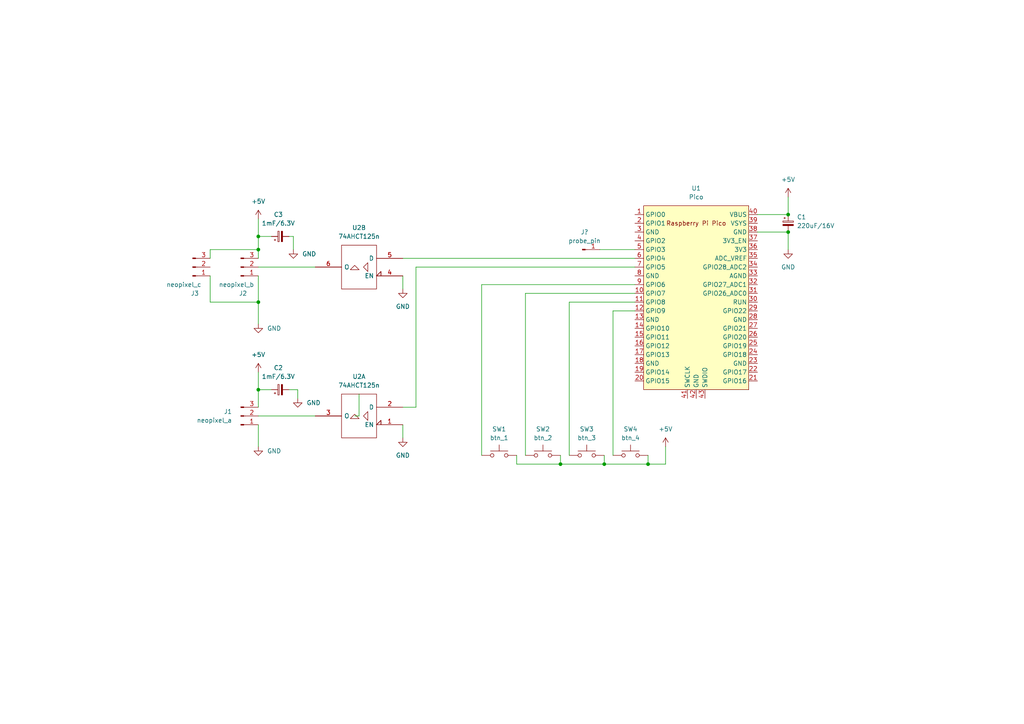
<source format=kicad_sch>
(kicad_sch (version 20211123) (generator eeschema)
  (paper "A4")
  (title_block (date "2022-04-19"))
  (lib_symbols
    (symbol "74125_1" (pin_names (offset 0.762))
      (property "Reference" "U" (at 6.35 6.35 0))
      (property "Value" "74125_1" (at 2.54 -7.62 0))
      (symbol "74125_1_0_1"
        (rectangle (start -5.08 6.35) (end 5.08 -6.35))
        (polyline (pts (xy -2.54 1.27) (xy -2.54 -1.27) (xy -1.27 0) (xy -2.54 1.27) (xy -2.54 1.27)))
        (polyline (pts (xy 0 0.762) (xy 2.54 0.762) (xy 1.27 -0.508) (xy 0 0.762) (xy 0 0.762)))
        (pin power_in line (at 0 6.35 270) (length 0) hide (name "VCC") (number "14"))
        (pin power_in line (at 0 -6.35 90) (length 0) hide (name "GND") (number "7"))
      )
      (symbol "74125_1_1_0"
        (pin input input_low (at -12.7 2.54 0) (length 7.62) (name "EN") (number "1"))
      )
      (symbol "74125_1_1_1"
        (pin input line (at -12.7 -2.54 0) (length 7.62) (name "D") (number "2"))
        (pin tri_state line (at 12.7 0 180) (length 7.62) (name "O") (number "3"))
      )
      (symbol "74125_1_2_0"
        (pin input input_low (at -12.7 2.54 0) (length 7.62) (name "EN") (number "4"))
      )
      (symbol "74125_1_2_1"
        (pin input line (at -12.7 -2.54 0) (length 7.62) (name "D") (number "5"))
        (pin tri_state line (at 12.7 0 180) (length 7.62) (name "O") (number "6"))
      )
      (symbol "74125_1_3_0"
        (pin input input_low (at -12.7 2.54 0) (length 7.62) (name "EN") (number "10"))
      )
      (symbol "74125_1_3_1"
        (pin tri_state line (at 12.7 0 180) (length 7.62) (name "O") (number "8"))
        (pin input line (at -12.7 -2.54 0) (length 7.62) (name "D") (number "9"))
      )
      (symbol "74125_1_4_0"
        (pin input input_low (at -12.7 2.54 0) (length 7.62) (name "EN") (number "13"))
      )
      (symbol "74125_1_4_1"
        (pin tri_state line (at 12.7 0 180) (length 7.62) (name "O") (number "11"))
        (pin input line (at -12.7 -2.54 0) (length 7.62) (name "D") (number "12"))
      )
    )
    (symbol "74xx_IEEE:74125" (pin_names (offset 0.762))
      (property "Reference" "U" (at 6.35 6.35 0))
      (property "Value" "74125" (at 2.54 -7.62 0))
      (symbol "74125_0_1"
        (rectangle (start -5.08 6.35) (end 5.08 -6.35))
        (polyline (pts (xy -2.54 1.27) (xy -2.54 -1.27) (xy -1.27 0) (xy -2.54 1.27) (xy -2.54 1.27)))
        (polyline (pts (xy 0 0.762) (xy 2.54 0.762) (xy 1.27 -0.508) (xy 0 0.762) (xy 0 0.762)))
        (pin power_in line (at 0 6.35 270) (length 0) hide (name "VCC") (number "14"))
        (pin power_in line (at 0 -6.35 90) (length 0) hide (name "GND") (number "7"))
      )
      (symbol "74125_1_0"
        (pin input input_low (at -12.7 2.54 0) (length 7.62) (name "EN") (number "1"))
      )
      (symbol "74125_1_1"
        (pin input line (at -12.7 -2.54 0) (length 7.62) (name "D") (number "2"))
        (pin tri_state line (at 12.7 0 180) (length 7.62) (name "O") (number "3"))
      )
      (symbol "74125_2_0"
        (pin input input_low (at -12.7 2.54 0) (length 7.62) (name "EN") (number "4"))
      )
      (symbol "74125_2_1"
        (pin input line (at -12.7 -2.54 0) (length 7.62) (name "D") (number "5"))
        (pin tri_state line (at 12.7 0 180) (length 7.62) (name "O") (number "6"))
      )
      (symbol "74125_3_0"
        (pin input input_low (at -12.7 2.54 0) (length 7.62) (name "EN") (number "10"))
      )
      (symbol "74125_3_1"
        (pin tri_state line (at 12.7 0 180) (length 7.62) (name "O") (number "8"))
        (pin input line (at -12.7 -2.54 0) (length 7.62) (name "D") (number "9"))
      )
      (symbol "74125_4_0"
        (pin input input_low (at -12.7 2.54 0) (length 7.62) (name "EN") (number "13"))
      )
      (symbol "74125_4_1"
        (pin tri_state line (at 12.7 0 180) (length 7.62) (name "O") (number "11"))
        (pin input line (at -12.7 -2.54 0) (length 7.62) (name "D") (number "12"))
      )
    )
    (symbol "Connector:Conn_01x01_Male" (pin_names (offset 1.016) hide)
      (property "Reference" "J" (at 0 2.54 0))
      (property "Value" "Conn_01x01_Male" (at 0 -2.54 0))
      (symbol "Conn_01x01_Male_1_1"
        (polyline (pts (xy 1.27 0) (xy 0.8636 0)) (stroke (width 0.1524)))
        (rectangle (start 0.8636 0.127) (end 0 -0.127) (stroke (width 0.1524)) (fill (type outline)))
        (pin passive line (at 5.08 0 180) (length 3.81) (name "Pin_1") (number "1"))
      )
    )
    (symbol "Connector:Conn_01x03_Male" (pin_names (offset 1.016) hide)
      (property "Reference" "J" (at 0 5.08 0))
      (property "Value" "Conn_01x03_Male" (at 0 -5.08 0))
      (symbol "Conn_01x03_Male_1_1"
        (polyline (pts (xy 1.27 -2.54) (xy 0.8636 -2.54)) (stroke (width 0.1524)))
        (polyline (pts (xy 1.27 0) (xy 0.8636 0)) (stroke (width 0.1524)))
        (polyline (pts (xy 1.27 2.54) (xy 0.8636 2.54)) (stroke (width 0.1524)))
        (rectangle (start 0.8636 -2.413) (end 0 -2.667) (stroke (width 0.1524)) (fill (type outline)))
        (rectangle (start 0.8636 0.127) (end 0 -0.127) (stroke (width 0.1524)) (fill (type outline)))
        (rectangle (start 0.8636 2.667) (end 0 2.413) (stroke (width 0.1524)) (fill (type outline)))
        (pin passive line (at 5.08 2.54 180) (length 3.81) (name "Pin_1") (number "1"))
        (pin passive line (at 5.08 0 180) (length 3.81) (name "Pin_2") (number "2"))
        (pin passive line (at 5.08 -2.54 180) (length 3.81) (name "Pin_3") (number "3"))
      )
    )
    (symbol "Device:C_Polarized_Small" (pin_numbers hide) (pin_names (offset 0.254) hide)
      (property "Reference" "C" (at 0.254 1.778 0))
      (property "Value" "C_Polarized_Small" (at 0.254 -2.032 0))
      (symbol "C_Polarized_Small_0_1"
        (rectangle (start -1.524 -0.3048) (end 1.524 -0.6858) (fill (type outline)))
        (rectangle (start -1.524 0.6858) (end 1.524 0.3048))
        (polyline (pts (xy -1.27 1.524) (xy -0.762 1.524)))
        (polyline (pts (xy -1.016 1.27) (xy -1.016 1.778)))
      )
      (symbol "C_Polarized_Small_1_1"
        (pin passive line (at 0 2.54 270) (length 1.8542) (name "~") (number "1"))
        (pin passive line (at 0 -2.54 90) (length 1.8542) (name "~") (number "2"))
      )
    )
    (symbol "MCU_RaspberryPi_and_Boards:Pico"
      (property "Reference" "U" (at -13.97 27.94 0))
      (property "Value" "Pico" (at 0 19.05 0))
      (symbol "Pico_0_0"
        (text "Raspberry Pi Pico" (at 0 21.59 0) (effects (font (size 1.27 1.27))))
      )
      (symbol "Pico_0_1"
        (rectangle (start -15.24 26.67) (end 15.24 -26.67) (fill (type background)))
      )
      (symbol "Pico_1_1"
        (pin bidirectional line (at -17.78 24.13 0) (length 2.54) (name "GPIO0") (number "1"))
        (pin bidirectional line (at -17.78 1.27 0) (length 2.54) (name "GPIO7") (number "10"))
        (pin bidirectional line (at -17.78 -1.27 0) (length 2.54) (name "GPIO8") (number "11"))
        (pin bidirectional line (at -17.78 -3.81 0) (length 2.54) (name "GPIO9") (number "12"))
        (pin power_in line (at -17.78 -6.35 0) (length 2.54) (name "GND") (number "13"))
        (pin bidirectional line (at -17.78 -8.89 0) (length 2.54) (name "GPIO10") (number "14"))
        (pin bidirectional line (at -17.78 -11.43 0) (length 2.54) (name "GPIO11") (number "15"))
        (pin bidirectional line (at -17.78 -13.97 0) (length 2.54) (name "GPIO12") (number "16"))
        (pin bidirectional line (at -17.78 -16.51 0) (length 2.54) (name "GPIO13") (number "17"))
        (pin power_in line (at -17.78 -19.05 0) (length 2.54) (name "GND") (number "18"))
        (pin bidirectional line (at -17.78 -21.59 0) (length 2.54) (name "GPIO14") (number "19"))
        (pin bidirectional line (at -17.78 21.59 0) (length 2.54) (name "GPIO1") (number "2"))
        (pin bidirectional line (at -17.78 -24.13 0) (length 2.54) (name "GPIO15") (number "20"))
        (pin bidirectional line (at 17.78 -24.13 180) (length 2.54) (name "GPIO16") (number "21"))
        (pin bidirectional line (at 17.78 -21.59 180) (length 2.54) (name "GPIO17") (number "22"))
        (pin power_in line (at 17.78 -19.05 180) (length 2.54) (name "GND") (number "23"))
        (pin bidirectional line (at 17.78 -16.51 180) (length 2.54) (name "GPIO18") (number "24"))
        (pin bidirectional line (at 17.78 -13.97 180) (length 2.54) (name "GPIO19") (number "25"))
        (pin bidirectional line (at 17.78 -11.43 180) (length 2.54) (name "GPIO20") (number "26"))
        (pin bidirectional line (at 17.78 -8.89 180) (length 2.54) (name "GPIO21") (number "27"))
        (pin power_in line (at 17.78 -6.35 180) (length 2.54) (name "GND") (number "28"))
        (pin bidirectional line (at 17.78 -3.81 180) (length 2.54) (name "GPIO22") (number "29"))
        (pin power_in line (at -17.78 19.05 0) (length 2.54) (name "GND") (number "3"))
        (pin input line (at 17.78 -1.27 180) (length 2.54) (name "RUN") (number "30"))
        (pin bidirectional line (at 17.78 1.27 180) (length 2.54) (name "GPIO26_ADC0") (number "31"))
        (pin bidirectional line (at 17.78 3.81 180) (length 2.54) (name "GPIO27_ADC1") (number "32"))
        (pin power_in line (at 17.78 6.35 180) (length 2.54) (name "AGND") (number "33"))
        (pin bidirectional line (at 17.78 8.89 180) (length 2.54) (name "GPIO28_ADC2") (number "34"))
        (pin power_in line (at 17.78 11.43 180) (length 2.54) (name "ADC_VREF") (number "35"))
        (pin power_in line (at 17.78 13.97 180) (length 2.54) (name "3V3") (number "36"))
        (pin input line (at 17.78 16.51 180) (length 2.54) (name "3V3_EN") (number "37"))
        (pin bidirectional line (at 17.78 19.05 180) (length 2.54) (name "GND") (number "38"))
        (pin power_in line (at 17.78 21.59 180) (length 2.54) (name "VSYS") (number "39"))
        (pin bidirectional line (at -17.78 16.51 0) (length 2.54) (name "GPIO2") (number "4"))
        (pin power_in line (at 17.78 24.13 180) (length 2.54) (name "VBUS") (number "40"))
        (pin input line (at -2.54 -29.21 90) (length 2.54) (name "SWCLK") (number "41"))
        (pin power_in line (at 0 -29.21 90) (length 2.54) (name "GND") (number "42"))
        (pin bidirectional line (at 2.54 -29.21 90) (length 2.54) (name "SWDIO") (number "43"))
        (pin bidirectional line (at -17.78 13.97 0) (length 2.54) (name "GPIO3") (number "5"))
        (pin bidirectional line (at -17.78 11.43 0) (length 2.54) (name "GPIO4") (number "6"))
        (pin bidirectional line (at -17.78 8.89 0) (length 2.54) (name "GPIO5") (number "7"))
        (pin power_in line (at -17.78 6.35 0) (length 2.54) (name "GND") (number "8"))
        (pin bidirectional line (at -17.78 3.81 0) (length 2.54) (name "GPIO6") (number "9"))
      )
    )
    (symbol "Switch:SW_Push" (pin_numbers hide) (pin_names (offset 1.016) hide)
      (property "Reference" "SW" (at 1.27 2.54 0))
      (property "Value" "SW_Push" (at 0 -1.524 0))
      (symbol "SW_Push_0_1"
        (circle (center -2.032 0) (radius 0.508))
        (polyline (pts (xy 0 1.27) (xy 0 3.048)))
        (polyline (pts (xy 2.54 1.27) (xy -2.54 1.27)))
        (circle (center 2.032 0) (radius 0.508))
        (pin passive line (at -5.08 0 0) (length 2.54) (name "1") (number "1"))
        (pin passive line (at 5.08 0 180) (length 2.54) (name "2") (number "2"))
      )
    )
    (symbol "power:+5V" (power) (pin_names (offset 0))
      (property "Value" "+5V" (at 0 3.556 0))
      (symbol "+5V_0_1"
        (polyline (pts (xy -0.762 1.27) (xy 0 2.54)))
        (polyline (pts (xy 0 0) (xy 0 2.54)))
        (polyline (pts (xy 0 2.54) (xy 0.762 1.27)))
      )
      (symbol "+5V_1_1"
        (pin power_in line (at 0 0 90) (length 0) hide (name "+5V") (number "1"))
      )
    )
    (symbol "power:GND" (power) (pin_names (offset 0))
      (property "Value" "GND" (at 0 -3.81 0))
      (symbol "GND_0_1"
        (polyline (pts (xy 0 0) (xy 0 -1.27) (xy 1.27 -1.27) (xy 0 -2.54) (xy -1.27 -1.27) (xy 0 -1.27)))
      )
      (symbol "GND_1_1"
        (pin power_in line (at 0 0 270) (length 0) hide (name "GND") (number "1"))
      )
    )
  )
  (junction (at 74.93 72.39))
  (junction (at 162.56 134.62))
  (junction (at 228.6 62.23))
  (junction (at 74.93 68.58))
  (junction (at 175.26 134.62))
  (junction (at 74.93 113.03))
  (junction (at 74.93 87.63))
  (junction (at 187.96 134.62))
  (junction (at 228.6 67.31))
  (wire (pts (xy 74.93 87.63) (xy 74.93 93.98)))
  (wire (pts (xy 175.26 132.08) (xy 175.26 134.62)))
  (wire (pts (xy 74.93 113.03) (xy 74.93 118.11)))
  (wire (pts (xy 187.96 132.08) (xy 187.96 134.62)))
  (wire (pts (xy 74.93 107.95) (xy 74.93 113.03)))
  (wire (pts (xy 74.93 63.5) (xy 74.93 68.58)))
  (wire (pts (xy 193.04 129.54) (xy 193.04 134.62)))
  (wire (pts (xy 116.84 74.93) (xy 184.15 74.93)))
  (wire (pts (xy 219.71 62.23) (xy 228.6 62.23)))
  (wire (pts (xy 162.56 132.08) (xy 162.56 134.62)))
  (wire (pts (xy 60.96 87.63) (xy 74.93 87.63)))
  (wire (pts (xy 184.15 77.47) (xy 120.65 77.47)))
  (wire (pts (xy 116.84 80.01) (xy 116.84 83.82)))
  (wire (pts (xy 228.6 57.15) (xy 228.6 62.23)))
  (wire (pts (xy 116.84 123.19) (xy 116.84 127)))
  (wire (pts (xy 85.09 68.58) (xy 85.09 72.39)))
  (wire (pts (xy 60.96 74.93) (xy 60.96 72.39)))
  (wire (pts (xy 184.15 85.09) (xy 152.4 85.09)))
  (wire (pts (xy 74.93 68.58) (xy 74.93 72.39)))
  (wire (pts (xy 120.65 77.47) (xy 120.65 118.11)))
  (wire (pts (xy 74.93 74.93) (xy 74.93 72.39)))
  (wire (pts (xy 120.65 118.11) (xy 116.84 118.11)))
  (wire (pts (xy 139.7 82.55) (xy 139.7 132.08)))
  (wire (pts (xy 104.14 114.3) (xy 104.14 120.65)))
  (wire (pts (xy 219.71 67.31) (xy 228.6 67.31)))
  (wire (pts (xy 74.93 113.03) (xy 78.74 113.03)))
  (wire (pts (xy 228.6 67.31) (xy 228.6 72.39)))
  (wire (pts (xy 74.93 87.63) (xy 74.93 80.01)))
  (wire (pts (xy 102.87 120.65) (xy 104.14 120.65)))
  (wire (pts (xy 165.1 87.63) (xy 165.1 132.08)))
  (wire (pts (xy 74.93 77.47) (xy 91.44 77.47)))
  (wire (pts (xy 184.15 82.55) (xy 139.7 82.55)))
  (wire (pts (xy 149.86 132.08) (xy 149.86 134.62)))
  (wire (pts (xy 193.04 134.62) (xy 187.96 134.62)))
  (wire (pts (xy 184.15 90.17) (xy 177.8 90.17)))
  (wire (pts (xy 74.93 123.19) (xy 74.93 129.54)))
  (wire (pts (xy 74.93 120.65) (xy 91.44 120.65)))
  (wire (pts (xy 60.96 80.01) (xy 60.96 87.63)))
  (wire (pts (xy 83.82 113.03) (xy 86.36 113.03)))
  (wire (pts (xy 187.96 134.62) (xy 175.26 134.62)))
  (wire (pts (xy 152.4 85.09) (xy 152.4 132.08)))
  (wire (pts (xy 184.15 87.63) (xy 165.1 87.63)))
  (wire (pts (xy 177.8 90.17) (xy 177.8 132.08)))
  (wire (pts (xy 149.86 134.62) (xy 162.56 134.62)))
  (wire (pts (xy 83.82 68.58) (xy 85.09 68.58)))
  (wire (pts (xy 175.26 134.62) (xy 162.56 134.62)))
  (wire (pts (xy 74.93 68.58) (xy 78.74 68.58)))
  (wire (pts (xy 60.96 72.39) (xy 74.93 72.39)))
  (wire (pts (xy 173.99 72.39) (xy 184.15 72.39)))
  (wire (pts (xy 86.36 115.57) (xy 86.36 113.03)))
  (symbol (lib_id "Switch:SW_Push") (at 170.18 132.08 0) (unit 1)
    (property "Reference" "SW3" (at 170.18 124.46 0))
    (property "Value" "btn_3" (at 170.18 127 0))
  )
  (symbol (lib_id "Connector:Conn_01x03_Male") (at 69.85 77.47 0) (mirror x) (unit 1)
    (property "Reference" "J2" (at 70.485 85.09 0))
    (property "Value" "neopixel_b" (at 68.58 82.55 0))
  )
  (symbol (lib_id "power:+5V") (at 228.6 57.15 0) (unit 1)
    (property "Reference" "#PWR?" (effects hide))
    (property "Value" "+5V" (at 228.6 52.07 0))
  )
  (symbol (lib_id "power:GND") (at 85.09 72.39 0) (unit 1)
    (property "Reference" "#PWR?" (effects hide))
    (property "Value" "GND" (at 87.63 73.6599 0) (effects (justify left)))
  )
  (symbol (lib_id "power:GND") (at 74.93 129.54 0) (unit 1)
    (property "Reference" "#PWR?" (effects hide))
    (property "Value" "GND" (at 77.47 130.8099 0) (effects (justify left)))
  )
  (symbol (lib_id "74xx_IEEE:74125") (at 104.14 120.65 180) (unit 1)
    (property "Reference" "U2" (at 104.14 109.22 0))
    (property "Value" "74AHCT125n" (at 104.14 111.76 0))
  )
  (symbol (lib_id "power:GND") (at 86.36 115.57 0) (unit 1)
    (property "Reference" "#PWR?" (effects hide))
    (property "Value" "GND" (at 88.9 116.8399 0) (effects (justify left)))
  )
  (symbol (lib_id "Switch:SW_Push") (at 182.88 132.08 0) (unit 1)
    (property "Reference" "SW4" (at 182.88 124.46 0))
    (property "Value" "btn_4" (at 182.88 127 0))
  )
  (symbol (lib_id "power:+5V") (at 193.04 129.54 0) (unit 1)
    (property "Reference" "#PWR?" (effects hide))
    (property "Value" "+5V" (at 193.04 124.46 0))
  )
  (symbol (lib_id "power:GND") (at 116.84 83.82 0) (unit 1)
    (property "Reference" "#PWR?" (effects hide))
    (property "Value" "GND" (at 116.84 88.9 0))
  )
  (symbol (lib_id "Connector:Conn_01x03_Male") (at 55.88 77.47 0) (mirror x) (unit 1)
    (property "Reference" "J3" (at 56.515 85.09 0))
    (property "Value" "neopixel_c" (at 53.34 82.55 0))
  )
  (symbol (lib_id "power:+5V") (at 74.93 107.95 0) (unit 1)
    (property "Reference" "#PWR?" (effects hide))
    (property "Value" "+5V" (at 74.93 102.87 0))
  )
  (symbol (lib_id "Device:C_Polarized_Small") (at 81.28 68.58 90) (unit 1)
    (property "Reference" "C3" (at 80.7339 62.23 90))
    (property "Value" "1mF/6.3V" (at 80.7339 64.77 90))
  )
  (symbol (lib_id "power:+5V") (at 74.93 63.5 0) (unit 1)
    (property "Reference" "#PWR?" (effects hide))
    (property "Value" "+5V" (at 74.93 58.42 0))
  )
  (symbol (lib_id "power:GND") (at 228.6 72.39 0) (unit 1)
    (property "Reference" "#PWR?" (effects hide))
    (property "Value" "GND" (at 228.6 77.47 0))
  )
  (symbol (lib_id "Device:C_Polarized_Small") (at 228.6 64.77 0) (unit 1)
    (property "Reference" "C1" (at 231.14 62.9538 0) (effects (justify left)))
    (property "Value" "220uF/16V" (at 231.14 65.4938 0) (effects (justify left)))
  )
  (symbol (lib_id "MCU_RaspberryPi_and_Boards:Pico") (at 201.93 86.36 0) (unit 1)
    (property "Reference" "U1" (at 201.93 54.61 0))
    (property "Value" "Pico" (at 201.93 57.15 0))
    (property "Footprint" "RPi_Pico:RPi_Pico_SMD_TH" (effects hide))
  )
  (symbol (lib_id "Switch:SW_Push") (at 144.78 132.08 0) (unit 1)
    (property "Reference" "SW1" (at 144.78 124.46 0))
    (property "Value" "btn_1" (at 144.78 127 0))
  )
  (symbol (lib_name "74125_1") (lib_id "74xx_IEEE:74125") (at 104.14 77.47 180) (unit 2)
    (property "Reference" "U2" (at 104.14 66.04 0))
    (property "Value" "74AHCT125n" (at 104.14 68.58 0))
  )
  (symbol (lib_id "power:GND") (at 116.84 127 0) (unit 1)
    (property "Reference" "#PWR?" (effects hide))
    (property "Value" "GND" (at 116.84 132.08 0))
  )
  (symbol (lib_id "Switch:SW_Push") (at 157.48 132.08 0) (unit 1)
    (property "Reference" "SW2" (at 157.48 124.46 0))
    (property "Value" "btn_2" (at 157.48 127 0))
  )
  (symbol (lib_id "Connector:Conn_01x03_Male") (at 69.85 120.65 0) (mirror x) (unit 1)
    (property "Reference" "J1" (at 67.31 119.38 0) (effects (justify right)))
    (property "Value" "neopixel_a" (at 67.31 121.92 0) (effects (justify right)))
  )
  (symbol (lib_id "Device:C_Polarized_Small") (at 81.28 113.03 90) (unit 1)
    (property "Reference" "C2" (at 80.7339 106.68 90))
    (property "Value" "1mF/6.3V" (at 80.7339 109.22 90))
  )
  (symbol (lib_id "power:GND") (at 74.93 93.98 0) (unit 1)
    (property "Reference" "#PWR?" (effects hide))
    (property "Value" "GND" (at 77.47 95.2499 0) (effects (justify left)))
  )
  (symbol (lib_id "Connector:Conn_01x01_Male") (at 168.91 72.39 0) (unit 1)
    (property "Reference" "J?" (at 169.545 67.31 0))
    (property "Value" "probe_pin" (at 169.545 69.85 0))
  )
)
</source>
